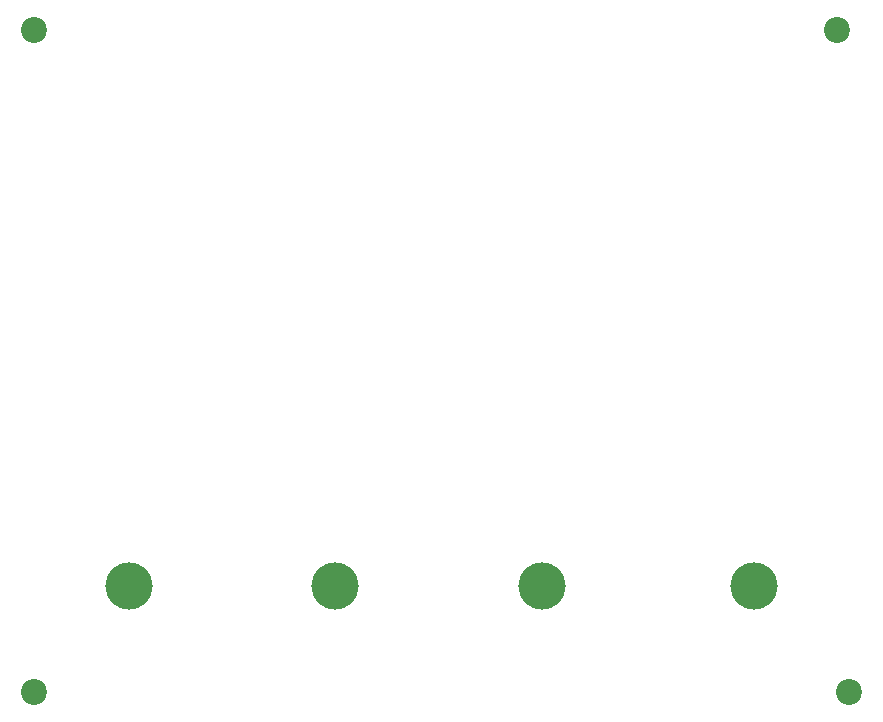
<source format=gbr>
%TF.GenerationSoftware,KiCad,Pcbnew,9.0.0*%
%TF.CreationDate,2025-03-03T22:53:20+00:00*%
%TF.ProjectId,controller,636f6e74-726f-46c6-9c65-722e6b696361,rev?*%
%TF.SameCoordinates,Original*%
%TF.FileFunction,NonPlated,1,4,NPTH,Drill*%
%TF.FilePolarity,Positive*%
%FSLAX46Y46*%
G04 Gerber Fmt 4.6, Leading zero omitted, Abs format (unit mm)*
G04 Created by KiCad (PCBNEW 9.0.0) date 2025-03-03 22:53:20*
%MOMM*%
%LPD*%
G01*
G04 APERTURE LIST*
%TA.AperFunction,ComponentDrill*%
%ADD10C,2.200000*%
%TD*%
%TA.AperFunction,ComponentDrill*%
%ADD11C,4.000000*%
%TD*%
G04 APERTURE END LIST*
D10*
%TO.C,REF\u002A\u002A*%
X109000000Y-56000000D03*
X109000000Y-112000000D03*
X177000000Y-56000000D03*
X178000000Y-112000000D03*
D11*
%TO.C,SW11*%
X117000000Y-103000000D03*
%TO.C,SW10*%
X134460000Y-103080000D03*
%TO.C,SW8*%
X152000000Y-103080000D03*
%TO.C,SW9*%
X170000000Y-103080000D03*
M02*

</source>
